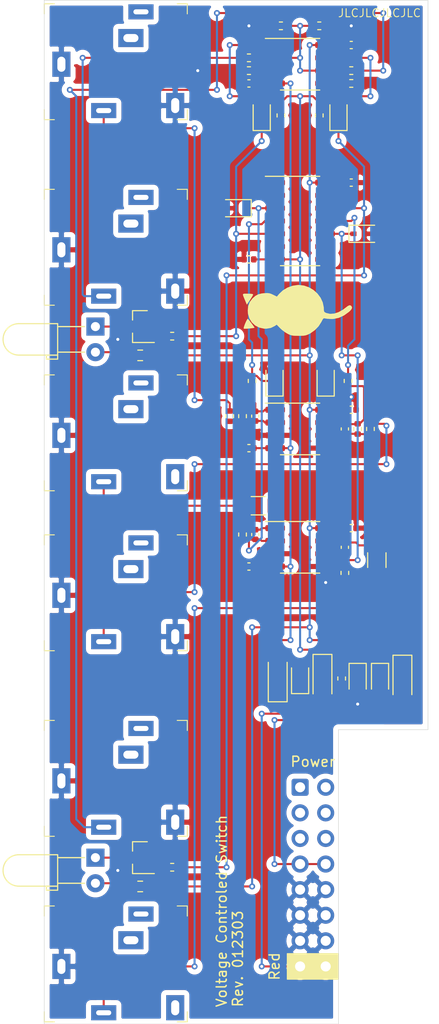
<source format=kicad_pcb>
(kicad_pcb (version 20171130) (host pcbnew "(5.1.10)-1")
  (layers (0 F.Cu signal) (31 B.Cu signal) (34 B.Paste user) (35 F.Paste user) (36 B.SilkS user) (37 F.SilkS user) (38 B.Mask user) (39 F.Mask user) (44 Edge.Cuts user))
  (net 0 "")
  (net 1 GND)
  (net 2 "Net-(C1-Pad1)")
  (net 3 "Net-(C2-Pad1)")
  (net 4 "Net-(C3-Pad1)")
  (net 5 "Net-(C4-Pad1)")
  (net 6 "Net-(D3-Pad1)")
  (net 7 -12V)
  (net 8 +12V)
  (net 9 B1)
  (net 10 B2)
  (net 11 VEE)
  (net 12 "Net-(D5-Pad1)")
  (net 13 "Net-(C1-Pad2)")
  (net 14 "Net-(C2-Pad2)")
  (net 15 "Net-(C3-Pad2)")
  (net 16 "Net-(C4-Pad2)")
  (net 17 "Net-(D5-Pad2)")
  (net 18 "Net-(D6-Pad2)")
  (net 19 "Net-(J2-PadT)")
  (net 20 "Net-(J3-PadT)")
  (net 21 "Net-(J5-PadT)")
  (net 22 "Net-(J6-PadT)")
  (net 23 "Net-(Q1-Pad1)")
  (net 24 "Net-(Q2-Pad1)")
  (net 25 "Net-(D1-Pad1)")
  (net 26 "Net-(D7-Pad2)")
  (net 27 "Net-(D7-Pad1)")
  (net 28 "Net-(D8-Pad2)")
  (net 29 "Net-(D9-Pad2)")
  (net 30 "Net-(D11-Pad1)")
  (net 31 "Net-(J1-PadT)")
  (net 32 "Net-(J4-PadT)")
  (net 33 "Net-(R12-Pad1)")
  (net 34 "Net-(R13-Pad1)")
  (net 35 "Net-(R20-Pad1)")
  (module Resistor_SMD:R_0402_1005Metric (layer F.Cu) (at 29.5275 67.31 90)
    (fp_text reference R17 hide)
    (fp_text value 10k hide)
    (pad 2 smd roundrect (at 0.51 0 90) (size 0.54 0.64) (layers F.Cu F.Paste F.Mask) (net 11 VEE))
    (pad 1 smd roundrect (at -0.51 0 90) (size 0.54 0.64) (layers F.Cu F.Paste F.Mask) (net 7 -12V))
  )
  (module "CATs_Eurosynth_Specials:CATs Tiny" (layer F.Cu) (at 25.0825 30.7975 90)
    (fp_text reference G*** hide)
    (fp_text value LOGO hide)
  )
  (module Capacitor_SMD:C_0402_1005Metric (layer F.Cu) (at 20.32 25.7175 180)
    (fp_text reference C9 hide)
    (fp_text value 100n hide)
    (pad 2 smd roundrect (at 0.48 0 180) (size 0.56 0.62) (layers F.Cu F.Paste F.Mask) (net 1 GND))
    (pad 1 smd roundrect (at -0.48 0 180) (size 0.56 0.62) (layers F.Cu F.Paste F.Mask) (net 11 VEE))
  )
  (module Resistor_SMD:R_0402_1005Metric (layer F.Cu) (at 23.495 2.54 180)
    (fp_text reference R24 hide)
    (fp_text value 1k hide)
    (pad 2 smd roundrect (at 0.51 0 180) (size 0.54 0.64) (layers F.Cu F.Paste F.Mask) (net 1 GND))
    (pad 1 smd roundrect (at -0.51 0 180) (size 0.54 0.64) (layers F.Cu F.Paste F.Mask) (net 33 "Net-(R12-Pad1)"))
  )
  (module Resistor_SMD:R_0402_1005Metric (layer F.Cu) (at 27.305 11.43 270)
    (fp_text reference R23 hide)
    (fp_text value 100k hide)
    (pad 2 smd roundrect (at 0.51 0 270) (size 0.54 0.64) (layers F.Cu F.Paste F.Mask) (net 10 B2))
    (pad 1 smd roundrect (at -0.51 0 270) (size 0.54 0.64) (layers F.Cu F.Paste F.Mask) (net 11 VEE))
  )
  (module Resistor_SMD:R_0402_1005Metric (layer F.Cu) (at 30.48 8.255 180)
    (fp_text reference R22 hide)
    (fp_text value 100k hide)
    (pad 2 smd roundrect (at 0.51 0 180) (size 0.54 0.64) (layers F.Cu F.Paste F.Mask) (net 35 "Net-(R20-Pad1)"))
    (pad 1 smd roundrect (at -0.51 0 180) (size 0.54 0.64) (layers F.Cu F.Paste F.Mask) (net 1 GND))
  )
  (module Resistor_SMD:R_0402_1005Metric (layer F.Cu) (at 30.48 6.985)
    (fp_text reference R20 hide)
    (fp_text value 10k hide)
    (pad 2 smd roundrect (at 0.51 0) (size 0.54 0.64) (layers F.Cu F.Paste F.Mask) (net 22 "Net-(J6-PadT)"))
    (pad 1 smd roundrect (at -0.51 0) (size 0.54 0.64) (layers F.Cu F.Paste F.Mask) (net 35 "Net-(R20-Pad1)"))
  )
  (module Connector_Audio_QingPu:Jack_3.5mm_QingPu_WQP-PJ324M (layer F.Cu) (at 0 77.47)
    (fp_text reference J6 hide)
    (fp_text value "Switch 2" hide)
    (pad T thru_hole rect (at 5.9 4.6) (size 2.5 1.5) (drill oval 1.5 0.5) (layers *.Cu *.Mask) (net 22 "Net-(J6-PadT)"))
    (pad R thru_hole rect (at 9.6 -5.2) (size 2.5 1.5) (drill oval 1.5 0.5) (layers *.Cu *.Mask))
    (pad TN thru_hole rect (at 13 4.1) (size 1.8 2.5) (drill oval 0.8 1.5) (layers *.Cu *.Mask) (net 1 GND))
    (pad RN thru_hole rect (at 8.6 -2.6) (size 2.5 1.8) (drill oval 1.5 0.8) (layers *.Cu *.Mask))
    (pad S thru_hole rect (at 1.7 0) (size 1.8 2.5) (drill oval 0.8 1.5) (layers *.Cu *.Mask) (net 1 GND))
  )
  (module Diode_SMD:D_SOD-323 (layer F.Cu) (at 29.21 11.43 90)
    (fp_text reference D8 hide)
    (fp_text value 1N4148WS hide)
    (pad 2 smd rect (at 1.05 0 90) (size 0.6 0.45) (layers F.Cu F.Paste F.Mask) (net 28 "Net-(D8-Pad2)"))
    (pad 1 smd rect (at -1.05 0 90) (size 0.6 0.45) (layers F.Cu F.Paste F.Mask) (net 10 B2))
  )
  (module Resistor_SMD:R_0402_1005Metric (layer F.Cu) (at 12.7 86.0425 180)
    (fp_text reference R21 hide)
    (fp_text value 100k hide)
    (pad 2 smd roundrect (at 0.51 0 180) (size 0.54 0.64) (layers F.Cu F.Paste F.Mask) (net 24 "Net-(Q2-Pad1)"))
    (pad 1 smd roundrect (at -0.51 0 180) (size 0.54 0.64) (layers F.Cu F.Paste F.Mask) (net 10 B2))
  )
  (module Resistor_SMD:R_0402_1005Metric (layer F.Cu) (at 12.7 33.3375 180)
    (fp_text reference R14 hide)
    (fp_text value 100k hide)
    (pad 2 smd roundrect (at 0.51 0 180) (size 0.54 0.64) (layers F.Cu F.Paste F.Mask) (net 23 "Net-(Q1-Pad1)"))
    (pad 1 smd roundrect (at -0.51 0 180) (size 0.54 0.64) (layers F.Cu F.Paste F.Mask) (net 9 B1))
  )
  (module Resistor_SMD:R_0402_1005Metric (layer F.Cu) (at 32.385 42.545 90)
    (fp_text reference R8 hide)
    (fp_text value 100k hide)
    (pad 2 smd roundrect (at 0.51 0 90) (size 0.54 0.64) (layers F.Cu F.Paste F.Mask) (net 20 "Net-(J3-PadT)"))
    (pad 1 smd roundrect (at -0.51 0 90) (size 0.54 0.64) (layers F.Cu F.Paste F.Mask) (net 15 "Net-(C3-Pad2)"))
  )
  (module Resistor_SMD:R_0402_1005Metric (layer F.Cu) (at 20.32 6.985)
    (fp_text reference R15 hide)
    (fp_text value 100k hide)
    (pad 2 smd roundrect (at 0.51 0) (size 0.54 0.64) (layers F.Cu F.Paste F.Mask) (net 34 "Net-(R13-Pad1)"))
    (pad 1 smd roundrect (at -0.51 0) (size 0.54 0.64) (layers F.Cu F.Paste F.Mask) (net 1 GND))
  )
  (module Resistor_SMD:R_0402_1005Metric (layer F.Cu) (at 20.32 5.715 180)
    (fp_text reference R13 hide)
    (fp_text value 10k hide)
    (pad 2 smd roundrect (at 0.51 0 180) (size 0.54 0.64) (layers F.Cu F.Paste F.Mask) (net 21 "Net-(J5-PadT)"))
    (pad 1 smd roundrect (at -0.51 0 180) (size 0.54 0.64) (layers F.Cu F.Paste F.Mask) (net 34 "Net-(R13-Pad1)"))
  )
  (module Resistor_SMD:R_0402_1005Metric (layer F.Cu) (at 18.415 41.275 90)
    (fp_text reference R3 hide)
    (fp_text value 100k hide)
    (pad 2 smd roundrect (at 0.51 0 90) (size 0.54 0.64) (layers F.Cu F.Paste F.Mask) (net 31 "Net-(J1-PadT)"))
    (pad 1 smd roundrect (at -0.51 0 90) (size 0.54 0.64) (layers F.Cu F.Paste F.Mask) (net 13 "Net-(C1-Pad2)"))
  )
  (module Package_TO_SOT_SMD:SOT-23 (layer F.Cu) (at 9.525 85.09 180)
    (fp_text reference Q2 hide)
    (fp_text value MMBT3904 hide)
    (pad 3 smd rect (at 1 0 180) (size 0.9 0.8) (layers F.Cu F.Paste F.Mask) (net 27 "Net-(D7-Pad1)"))
    (pad 2 smd rect (at -1 0.95 180) (size 0.9 0.8) (layers F.Cu F.Paste F.Mask) (net 1 GND))
    (pad 1 smd rect (at -1 -0.95 180) (size 0.9 0.8) (layers F.Cu F.Paste F.Mask) (net 24 "Net-(Q2-Pad1)"))
  )
  (module Package_TO_SOT_SMD:SOT-23 (layer F.Cu) (at 9.525 32.385 180)
    (fp_text reference Q1 hide)
    (fp_text value MMBT3904 hide)
    (pad 3 smd rect (at 1 0 180) (size 0.9 0.8) (layers F.Cu F.Paste F.Mask) (net 12 "Net-(D5-Pad1)"))
    (pad 2 smd rect (at -1 0.95 180) (size 0.9 0.8) (layers F.Cu F.Paste F.Mask) (net 1 GND))
    (pad 1 smd rect (at -1 -0.95 180) (size 0.9 0.8) (layers F.Cu F.Paste F.Mask) (net 23 "Net-(Q1-Pad1)"))
  )
  (module Connector_Audio_QingPu:Jack_3.5mm_QingPu_WQP-PJ324M (layer F.Cu) (at 0 95.885)
    (fp_text reference J4 hide)
    (fp_text value "OUT 2" hide)
    (pad T thru_hole rect (at 5.9 4.6) (size 2.5 1.5) (drill oval 1.5 0.5) (layers *.Cu *.Mask) (net 32 "Net-(J4-PadT)"))
    (pad R thru_hole rect (at 9.6 -5.2) (size 2.5 1.5) (drill oval 1.5 0.5) (layers *.Cu *.Mask))
    (pad TN thru_hole rect (at 13 4.1) (size 1.8 2.5) (drill oval 0.8 1.5) (layers *.Cu *.Mask))
    (pad RN thru_hole rect (at 8.6 -2.6) (size 2.5 1.8) (drill oval 1.5 0.8) (layers *.Cu *.Mask))
    (pad S thru_hole rect (at 1.7 0) (size 1.8 2.5) (drill oval 0.8 1.5) (layers *.Cu *.Mask) (net 1 GND))
  )
  (module Connector_Audio_QingPu:Jack_3.5mm_QingPu_WQP-PJ324M (layer F.Cu) (at 0 59.055)
    (fp_text reference J3 hide)
    (fp_text value "IN 2" hide)
    (pad T thru_hole rect (at 5.9 4.6) (size 2.5 1.5) (drill oval 1.5 0.5) (layers *.Cu *.Mask) (net 20 "Net-(J3-PadT)"))
    (pad R thru_hole rect (at 9.6 -5.2) (size 2.5 1.5) (drill oval 1.5 0.5) (layers *.Cu *.Mask))
    (pad TN thru_hole rect (at 13 4.1) (size 1.8 2.5) (drill oval 0.8 1.5) (layers *.Cu *.Mask) (net 1 GND))
    (pad RN thru_hole rect (at 8.6 -2.6) (size 2.5 1.8) (drill oval 1.5 0.8) (layers *.Cu *.Mask))
    (pad S thru_hole rect (at 1.7 0) (size 1.8 2.5) (drill oval 0.8 1.5) (layers *.Cu *.Mask) (net 1 GND))
  )
  (module Connector_Audio_QingPu:Jack_3.5mm_QingPu_WQP-PJ324M (layer F.Cu) (at 0 24.765)
    (fp_text reference J5 hide)
    (fp_text value "Switch 1" hide)
    (pad T thru_hole rect (at 5.9 4.6) (size 2.5 1.5) (drill oval 1.5 0.5) (layers *.Cu *.Mask) (net 21 "Net-(J5-PadT)"))
    (pad R thru_hole rect (at 9.6 -5.2) (size 2.5 1.5) (drill oval 1.5 0.5) (layers *.Cu *.Mask))
    (pad TN thru_hole rect (at 13 4.1) (size 1.8 2.5) (drill oval 0.8 1.5) (layers *.Cu *.Mask) (net 1 GND))
    (pad RN thru_hole rect (at 8.6 -2.6) (size 2.5 1.8) (drill oval 1.5 0.8) (layers *.Cu *.Mask))
    (pad S thru_hole rect (at 1.7 0) (size 1.8 2.5) (drill oval 0.8 1.5) (layers *.Cu *.Mask) (net 1 GND))
  )
  (module Connector_Audio_QingPu:Jack_3.5mm_QingPu_WQP-PJ324M (layer F.Cu) (at 0 43.18)
    (fp_text reference J2 hide)
    (fp_text value "OUT 1" hide)
    (pad T thru_hole rect (at 5.9 4.6) (size 2.5 1.5) (drill oval 1.5 0.5) (layers *.Cu *.Mask) (net 19 "Net-(J2-PadT)"))
    (pad R thru_hole rect (at 9.6 -5.2) (size 2.5 1.5) (drill oval 1.5 0.5) (layers *.Cu *.Mask))
    (pad TN thru_hole rect (at 13 4.1) (size 1.8 2.5) (drill oval 0.8 1.5) (layers *.Cu *.Mask))
    (pad RN thru_hole rect (at 8.6 -2.6) (size 2.5 1.8) (drill oval 1.5 0.8) (layers *.Cu *.Mask))
    (pad S thru_hole rect (at 1.7 0) (size 1.8 2.5) (drill oval 0.8 1.5) (layers *.Cu *.Mask) (net 1 GND))
  )
  (module Connector_Audio_QingPu:Jack_3.5mm_QingPu_WQP-PJ324M (layer F.Cu) (at 0 6.35)
    (fp_text reference J1 hide)
    (fp_text value "IN 1" hide)
    (pad T thru_hole rect (at 5.9 4.6) (size 2.5 1.5) (drill oval 1.5 0.5) (layers *.Cu *.Mask) (net 31 "Net-(J1-PadT)"))
    (pad R thru_hole rect (at 9.6 -5.2) (size 2.5 1.5) (drill oval 1.5 0.5) (layers *.Cu *.Mask))
    (pad TN thru_hole rect (at 13 4.1) (size 1.8 2.5) (drill oval 0.8 1.5) (layers *.Cu *.Mask) (net 1 GND))
    (pad RN thru_hole rect (at 8.6 -2.6) (size 2.5 1.8) (drill oval 1.5 0.8) (layers *.Cu *.Mask))
    (pad S thru_hole rect (at 1.7 0) (size 1.8 2.5) (drill oval 0.8 1.5) (layers *.Cu *.Mask) (net 1 GND))
  )
  (module CATs_Eurosynth_Specials:Power_2x8_Horizontal (layer F.Cu) (at 25.4 78.105)
    (fp_text reference J7 hide)
    (fp_text value Power hide)
    (fp_text user Red (at -2.54 17.78 -270) (layer F.SilkS))
    (fp_text user Power (at 1.27 -2.54 -180) (layer F.SilkS))
    (pad Gate thru_hole roundrect (at 0 0) (size 1.7 1.7) (drill 1) (layers *.Cu *.Mask) (roundrect_rratio 0.147))
    (pad CV thru_hole circle (at 0 2.54) (size 1.7 1.7) (drill 1) (layers *.Cu *.Mask))
    (pad +5V thru_hole circle (at 0 5.08) (size 1.7 1.7) (drill 1) (layers *.Cu *.Mask))
    (pad +12V thru_hole circle (at 0 7.62) (size 1.7 1.7) (drill 1) (layers *.Cu *.Mask) (net 29 "Net-(D9-Pad2)"))
    (pad GND thru_hole circle (at 0 10.16) (size 1.7 1.7) (drill 1) (layers *.Cu *.Mask) (net 1 GND))
    (pad GND thru_hole circle (at 0 12.7) (size 1.7 1.7) (drill 1) (layers *.Cu *.Mask) (net 1 GND))
    (pad GND thru_hole circle (at 0 15.24) (size 1.7 1.7) (drill 1) (layers *.Cu *.Mask) (net 1 GND))
    (pad -12V thru_hole circle (at 0 17.78) (size 1.7 1.7) (drill 1) (layers *.Cu *.Mask) (net 30 "Net-(D11-Pad1)"))
    (pad Gate thru_hole circle (at 2.54 0) (size 1.7 1.7) (drill 1) (layers *.Cu *.Mask))
    (pad CV thru_hole circle (at 2.54 2.54) (size 1.7 1.7) (drill 1) (layers *.Cu *.Mask))
    (pad +5V thru_hole circle (at 2.54 5.08) (size 1.7 1.7) (drill 1) (layers *.Cu *.Mask))
    (pad +12V thru_hole circle (at 2.54 7.62) (size 1.7 1.7) (drill 1) (layers *.Cu *.Mask) (net 29 "Net-(D9-Pad2)"))
    (pad GND thru_hole circle (at 2.54 10.16) (size 1.7 1.7) (drill 1) (layers *.Cu *.Mask) (net 1 GND))
    (pad GND thru_hole circle (at 2.54 12.7) (size 1.7 1.7) (drill 1) (layers *.Cu *.Mask) (net 1 GND))
    (pad GND thru_hole circle (at 2.54 15.24) (size 1.7 1.7) (drill 1) (layers *.Cu *.Mask) (net 1 GND))
    (pad -12V thru_hole circle (at 2.54 17.78) (size 1.7 1.7) (drill 1) (layers *.Cu *.Mask) (net 30 "Net-(D11-Pad1)"))
  )
  (module LED_THT:LED_D3.0mm_Horizontal_O3.81mm_Z6.0mm (layer F.Cu) (at 5.08 85.09 270)
    (fp_text reference D7 hide)
    (fp_text value LED hide)
    (pad 2 thru_hole circle (at 2.54 0 270) (size 1.8 1.8) (drill 0.9) (layers *.Cu *.Mask) (net 26 "Net-(D7-Pad2)"))
    (pad 1 thru_hole rect (at 0 0 270) (size 1.8 1.8) (drill 0.9) (layers *.Cu *.Mask) (net 27 "Net-(D7-Pad1)"))
  )
  (module LED_THT:LED_D3.0mm_Horizontal_O3.81mm_Z6.0mm (layer F.Cu) (at 5.08 32.385 270)
    (fp_text reference D5 hide)
    (fp_text value LED hide)
    (pad 2 thru_hole circle (at 2.54 0 270) (size 1.8 1.8) (drill 0.9) (layers *.Cu *.Mask) (net 17 "Net-(D5-Pad2)"))
    (pad 1 thru_hole rect (at 0 0 270) (size 1.8 1.8) (drill 0.9) (layers *.Cu *.Mask) (net 12 "Net-(D5-Pad1)"))
  )
  (module Resistor_SMD:R_1206_3216Metric (layer F.Cu) (at 33.02 55.5625 90)
    (fp_text reference R10 hide)
    (fp_text value 1k hide)
    (pad 2 smd roundrect (at 1.4625 0 90) (size 1.125 1.75) (layers F.Cu F.Paste F.Mask) (roundrect_rratio 0.222222) (net 5 "Net-(C4-Pad1)"))
    (pad 1 smd roundrect (at -1.4625 0 90) (size 1.125 1.75) (layers F.Cu F.Paste F.Mask) (roundrect_rratio 0.222222) (net 32 "Net-(J4-PadT)"))
  )
  (module Resistor_SMD:R_1206_3216Metric (layer F.Cu) (at 21.2725 50.165)
    (fp_text reference R5 hide)
    (fp_text value 1k hide)
    (pad 2 smd roundrect (at 1.4625 0) (size 1.125 1.75) (layers F.Cu F.Paste F.Mask) (roundrect_rratio 0.222222) (net 3 "Net-(C2-Pad1)"))
    (pad 1 smd roundrect (at -1.4625 0) (size 1.125 1.75) (layers F.Cu F.Paste F.Mask) (roundrect_rratio 0.222222) (net 19 "Net-(J2-PadT)"))
  )
  (module Package_SO:SOIC-8_3.9x4.9mm_P1.27mm (layer F.Cu) (at 25.4 6.35)
    (fp_text reference U4 hide)
    (fp_text value TL072CDT hide)
    (pad 8 smd roundrect (at 2.475 -1.905) (size 1.95 0.6) (layers F.Cu F.Paste F.Mask) (net 8 +12V))
    (pad 7 smd roundrect (at 2.475 -0.635) (size 1.95 0.6) (layers F.Cu F.Paste F.Mask) (net 28 "Net-(D8-Pad2)"))
    (pad 6 smd roundrect (at 2.475 0.635) (size 1.95 0.6) (layers F.Cu F.Paste F.Mask) (net 33 "Net-(R12-Pad1)"))
    (pad 5 smd roundrect (at 2.475 1.905) (size 1.95 0.6) (layers F.Cu F.Paste F.Mask) (net 35 "Net-(R20-Pad1)"))
    (pad 4 smd roundrect (at -2.475 1.905) (size 1.95 0.6) (layers F.Cu F.Paste F.Mask) (net 7 -12V))
    (pad 3 smd roundrect (at -2.475 0.635) (size 1.95 0.6) (layers F.Cu F.Paste F.Mask) (net 34 "Net-(R13-Pad1)"))
    (pad 2 smd roundrect (at -2.475 -0.635) (size 1.95 0.6) (layers F.Cu F.Paste F.Mask) (net 33 "Net-(R12-Pad1)"))
    (pad 1 smd roundrect (at -2.475 -1.905) (size 1.95 0.6) (layers F.Cu F.Paste F.Mask) (net 18 "Net-(D6-Pad2)"))
  )
  (module Resistor_SMD:R_0603_1608Metric (layer F.Cu) (at 9.525 87.9475 180)
    (fp_text reference R18 hide)
    (fp_text value 1k hide)
    (pad 2 smd roundrect (at 0.825 0 180) (size 0.8 0.95) (layers F.Cu F.Paste F.Mask) (net 26 "Net-(D7-Pad2)"))
    (pad 1 smd roundrect (at -0.825 0 180) (size 0.8 0.95) (layers F.Cu F.Paste F.Mask) (net 8 +12V))
  )
  (module Resistor_SMD:R_0603_1608Metric (layer F.Cu) (at 9.525 35.2425 180)
    (fp_text reference R11 hide)
    (fp_text value 1k hide)
    (pad 2 smd roundrect (at 0.825 0 180) (size 0.8 0.95) (layers F.Cu F.Paste F.Mask) (net 17 "Net-(D5-Pad2)"))
    (pad 1 smd roundrect (at -0.825 0 180) (size 0.8 0.95) (layers F.Cu F.Paste F.Mask) (net 8 +12V))
  )
  (module Capacitor_SMD:C_0402_1005Metric (layer F.Cu) (at 20.32 56.1975 180)
    (fp_text reference C14 hide)
    (fp_text value 100n hide)
    (pad 2 smd roundrect (at 0.48 0 180) (size 0.56 0.62) (layers F.Cu F.Paste F.Mask) (net 1 GND))
    (pad 1 smd roundrect (at -0.48 0 180) (size 0.56 0.62) (layers F.Cu F.Paste F.Mask) (net 7 -12V))
  )
  (module Capacitor_SMD:C_0402_1005Metric (layer F.Cu) (at 20.32 44.45 180)
    (fp_text reference C13 hide)
    (fp_text value 100n hide)
    (pad 2 smd roundrect (at 0.48 0 180) (size 0.56 0.62) (layers F.Cu F.Paste F.Mask) (net 1 GND))
    (pad 1 smd roundrect (at -0.48 0 180) (size 0.56 0.62) (layers F.Cu F.Paste F.Mask) (net 7 -12V))
  )
  (module Capacitor_SMD:C_0402_1005Metric (layer F.Cu) (at 30.48 40.64 180)
    (fp_text reference C6 hide)
    (fp_text value 100n hide)
    (pad 2 smd roundrect (at 0.48 0 180) (size 0.56 0.62) (layers F.Cu F.Paste F.Mask) (net 8 +12V))
    (pad 1 smd roundrect (at -0.48 0 180) (size 0.56 0.62) (layers F.Cu F.Paste F.Mask) (net 1 GND))
  )
  (module Package_SO:SOIC-8_3.9x4.9mm_P1.27mm (layer F.Cu) (at 25.4 54.2925)
    (fp_text reference U3 hide)
    (fp_text value TL072CDT hide)
    (pad 8 smd roundrect (at 2.475 -1.905) (size 1.95 0.6) (layers F.Cu F.Paste F.Mask) (net 8 +12V))
    (pad 7 smd roundrect (at 2.475 -0.635) (size 1.95 0.6) (layers F.Cu F.Paste F.Mask) (net 5 "Net-(C4-Pad1)"))
    (pad 6 smd roundrect (at 2.475 0.635) (size 1.95 0.6) (layers F.Cu F.Paste F.Mask) (net 16 "Net-(C4-Pad2)"))
    (pad 5 smd roundrect (at 2.475 1.905) (size 1.95 0.6) (layers F.Cu F.Paste F.Mask) (net 1 GND))
    (pad 4 smd roundrect (at -2.475 1.905) (size 1.95 0.6) (layers F.Cu F.Paste F.Mask) (net 7 -12V))
    (pad 3 smd roundrect (at -2.475 0.635) (size 1.95 0.6) (layers F.Cu F.Paste F.Mask) (net 1 GND))
    (pad 2 smd roundrect (at -2.475 -0.635) (size 1.95 0.6) (layers F.Cu F.Paste F.Mask) (net 14 "Net-(C2-Pad2)"))
    (pad 1 smd roundrect (at -2.475 -1.905) (size 1.95 0.6) (layers F.Cu F.Paste F.Mask) (net 3 "Net-(C2-Pad1)"))
  )
  (module Diode_SMD:D_SOD-323 (layer F.Cu) (at 19.05 20.6375 180)
    (fp_text reference D2 hide)
    (fp_text value 1N4148WS hide)
    (pad 2 smd rect (at 1.05 0 180) (size 0.6 0.45) (layers F.Cu F.Paste F.Mask) (net 1 GND))
    (pad 1 smd rect (at -1.05 0 180) (size 0.6 0.45) (layers F.Cu F.Paste F.Mask) (net 14 "Net-(C2-Pad2)"))
  )
  (module Package_SO:SOIC-8_3.9x4.9mm_P1.27mm (layer F.Cu) (at 25.4 42.545)
    (fp_text reference U1 hide)
    (fp_text value TL072CDT hide)
    (pad 8 smd roundrect (at 2.475 -1.905) (size 1.95 0.6) (layers F.Cu F.Paste F.Mask) (net 8 +12V))
    (pad 7 smd roundrect (at 2.475 -0.635) (size 1.95 0.6) (layers F.Cu F.Paste F.Mask) (net 4 "Net-(C3-Pad1)"))
    (pad 6 smd roundrect (at 2.475 0.635) (size 1.95 0.6) (layers F.Cu F.Paste F.Mask) (net 15 "Net-(C3-Pad2)"))
    (pad 5 smd roundrect (at 2.475 1.905) (size 1.95 0.6) (layers F.Cu F.Paste F.Mask) (net 1 GND))
    (pad 4 smd roundrect (at -2.475 1.905) (size 1.95 0.6) (layers F.Cu F.Paste F.Mask) (net 7 -12V))
    (pad 3 smd roundrect (at -2.475 0.635) (size 1.95 0.6) (layers F.Cu F.Paste F.Mask) (net 1 GND))
    (pad 2 smd roundrect (at -2.475 -0.635) (size 1.95 0.6) (layers F.Cu F.Paste F.Mask) (net 13 "Net-(C1-Pad2)"))
    (pad 1 smd roundrect (at -2.475 -1.905) (size 1.95 0.6) (layers F.Cu F.Paste F.Mask) (net 2 "Net-(C1-Pad1)"))
  )
  (module Resistor_SMD:R_0402_1005Metric (layer F.Cu) (at 23.495 11.43 270)
    (fp_text reference R16 hide)
    (fp_text value 100k hide)
    (pad 2 smd roundrect (at 0.51 0 270) (size 0.54 0.64) (layers F.Cu F.Paste F.Mask) (net 9 B1))
    (pad 1 smd roundrect (at -0.51 0 270) (size 0.54 0.64) (layers F.Cu F.Paste F.Mask) (net 11 VEE))
  )
  (module Resistor_SMD:R_0402_1005Metric (layer F.Cu) (at 27.305 2.54)
    (fp_text reference R12 hide)
    (fp_text value 100k hide)
    (pad 2 smd roundrect (at 0.51 0) (size 0.54 0.64) (layers F.Cu F.Paste F.Mask) (net 8 +12V))
    (pad 1 smd roundrect (at -0.51 0) (size 0.54 0.64) (layers F.Cu F.Paste F.Mask) (net 33 "Net-(R12-Pad1)"))
  )
  (module Diode_SMD:D_SOD-323 (layer F.Cu) (at 31.115 67.31 270)
    (fp_text reference D10 hide)
    (fp_text value 1N4148WS hide)
    (pad 2 smd rect (at 1.05 0 270) (size 0.6 0.45) (layers F.Cu F.Paste F.Mask) (net 1 GND))
    (pad 1 smd rect (at -1.05 0 270) (size 0.6 0.45) (layers F.Cu F.Paste F.Mask) (net 11 VEE))
  )
  (module Diode_SMD:D_SOD-323 (layer F.Cu) (at 21.59 11.43 90)
    (fp_text reference D6 hide)
    (fp_text value 1N4148WS hide)
    (pad 2 smd rect (at 1.05 0 90) (size 0.6 0.45) (layers F.Cu F.Paste F.Mask) (net 18 "Net-(D6-Pad2)"))
    (pad 1 smd rect (at -1.05 0 90) (size 0.6 0.45) (layers F.Cu F.Paste F.Mask) (net 9 B1))
  )
  (module Diode_SMD:D_SOD-323 (layer F.Cu) (at 25.4 67.31 90)
    (fp_text reference D11 hide)
    (fp_text value 1N5817WS hide)
    (pad 2 smd rect (at 1.05 0 90) (size 0.6 0.45) (layers F.Cu F.Paste F.Mask) (net 7 -12V))
    (pad 1 smd rect (at -1.05 0 90) (size 0.6 0.45) (layers F.Cu F.Paste F.Mask) (net 30 "Net-(D11-Pad1)"))
  )
  (module Diode_SMD:D_SOD-323 (layer F.Cu) (at 33.3375 67.31 270)
    (fp_text reference D9 hide)
    (fp_text value 1N5817WS hide)
    (pad 2 smd rect (at 1.05 0 270) (size 0.6 0.45) (layers F.Cu F.Paste F.Mask) (net 29 "Net-(D9-Pad2)"))
    (pad 1 smd rect (at -1.05 0 270) (size 0.6 0.45) (layers F.Cu F.Paste F.Mask) (net 8 +12V))
  )
  (module Capacitor_SMD:C_0402_1005Metric (layer F.Cu) (at 30.48 18.0975 180)
    (fp_text reference C11 hide)
    (fp_text value 100n hide)
    (pad 2 smd roundrect (at 0.48 0 180) (size 0.56 0.62) (layers F.Cu F.Paste F.Mask) (net 8 +12V))
    (pad 1 smd roundrect (at -0.48 0 180) (size 0.56 0.62) (layers F.Cu F.Paste F.Mask) (net 1 GND))
  )
  (module Capacitor_Tantalum_SMD:CP_EIA-3216-18_Kemet-A (layer F.Cu) (at 27.6225 67.23 270)
    (fp_text reference C10 hide)
    (fp_text value 10µF hide)
    (pad 2 smd roundrect (at 1.35 0 270) (size 1.4 1.35) (layers F.Cu F.Paste F.Mask) (roundrect_rratio 0.1851844444444445) (net 7 -12V))
    (pad 1 smd roundrect (at -1.35 0 270) (size 1.4 1.35) (layers F.Cu F.Paste F.Mask) (roundrect_rratio 0.1851844444444445) (net 11 VEE))
  )
  (module Capacitor_SMD:C_0402_1005Metric (layer F.Cu) (at 20.32 8.255 180)
    (fp_text reference C15 hide)
    (fp_text value 100n hide)
    (pad 2 smd roundrect (at 0.48 0 180) (size 0.56 0.62) (layers F.Cu F.Paste F.Mask) (net 1 GND))
    (pad 1 smd roundrect (at -0.48 0 180) (size 0.56 0.62) (layers F.Cu F.Paste F.Mask) (net 7 -12V))
  )
  (module Capacitor_SMD:C_0402_1005Metric (layer F.Cu) (at 30.48 4.445 180)
    (fp_text reference C8 hide)
    (fp_text value 100n hide)
    (pad 2 smd roundrect (at 0.48 0 180) (size 0.56 0.62) (layers F.Cu F.Paste F.Mask) (net 8 +12V))
    (pad 1 smd roundrect (at -0.48 0 180) (size 0.56 0.62) (layers F.Cu F.Paste F.Mask) (net 1 GND))
  )
  (module Capacitor_SMD:C_0402_1005Metric (layer F.Cu) (at 30.48 52.3875 180)
    (fp_text reference C7 hide)
    (fp_text value 100n hide)
    (pad 2 smd roundrect (at 0.48 0 180) (size 0.56 0.62) (layers F.Cu F.Paste F.Mask) (net 8 +12V))
    (pad 1 smd roundrect (at -0.48 0 180) (size 0.56 0.62) (layers F.Cu F.Paste F.Mask) (net 1 GND))
  )
  (module Capacitor_Tantalum_SMD:CP_EIA-3216-18_Kemet-A (layer F.Cu) (at 23.1775 67.31 90)
    (fp_text reference C12 hide)
    (fp_text value 10µF hide)
    (pad 2 smd roundrect (at 1.35 0 90) (size 1.4 1.35) (layers F.Cu F.Paste F.Mask) (roundrect_rratio 0.1851844444444445) (net 7 -12V))
    (pad 1 smd roundrect (at -1.35 0 90) (size 1.4 1.35) (layers F.Cu F.Paste F.Mask) (roundrect_rratio 0.1851844444444445) (net 1 GND))
  )
  (module Capacitor_Tantalum_SMD:CP_EIA-3216-18_Kemet-A (layer F.Cu) (at 35.56 67.31 270)
    (fp_text reference C5 hide)
    (fp_text value 10µF hide)
    (pad 2 smd roundrect (at 1.35 0 270) (size 1.4 1.35) (layers F.Cu F.Paste F.Mask) (roundrect_rratio 0.1851844444444445) (net 1 GND))
    (pad 1 smd roundrect (at -1.35 0 270) (size 1.4 1.35) (layers F.Cu F.Paste F.Mask) (roundrect_rratio 0.1851844444444445) (net 8 +12V))
  )
  (module Diode_SMD:D_SOD-323 (layer F.Cu) (at 31.75 23.1775)
    (fp_text reference D4 hide)
    (fp_text value 1N4148WS hide)
    (pad 2 smd rect (at 1.05 0) (size 0.6 0.45) (layers F.Cu F.Paste F.Mask) (net 1 GND))
    (pad 1 smd rect (at -1.05 0) (size 0.6 0.45) (layers F.Cu F.Paste F.Mask) (net 16 "Net-(C4-Pad2)"))
  )
  (module Diode_SMD:D_SOD-323 (layer F.Cu) (at 27.94 37.7825 90)
    (fp_text reference D3 hide)
    (fp_text value 1N4148WS hide)
    (pad 2 smd rect (at 1.05 0 90) (size 0.6 0.45) (layers F.Cu F.Paste F.Mask) (net 1 GND))
    (pad 1 smd rect (at -1.05 0 90) (size 0.6 0.45) (layers F.Cu F.Paste F.Mask) (net 6 "Net-(D3-Pad1)"))
  )
  (module Diode_SMD:D_SOD-323 (layer F.Cu) (at 22.86 37.7825 90)
    (fp_text reference D1 hide)
    (fp_text value 1N4148WS hide)
    (pad 2 smd rect (at 1.05 0 90) (size 0.6 0.45) (layers F.Cu F.Paste F.Mask) (net 1 GND))
    (pad 1 smd rect (at -1.05 0 90) (size 0.6 0.45) (layers F.Cu F.Paste F.Mask) (net 25 "Net-(D1-Pad1)"))
  )
  (module Package_SO:SOIC-14_3.9x8.7mm_P1.27mm (layer F.Cu) (at 25.4 21.9075)
    (fp_text reference U2 hide)
    (fp_text value CD4066BM/TR hide)
    (pad 14 smd roundrect (at 2.475 -3.81) (size 1.95 0.6) (layers F.Cu F.Paste F.Mask) (net 8 +12V))
    (pad 13 smd roundrect (at 2.475 -2.54) (size 1.95 0.6) (layers F.Cu F.Paste F.Mask))
    (pad 12 smd roundrect (at 2.475 -1.27) (size 1.95 0.6) (layers F.Cu F.Paste F.Mask) (net 10 B2))
    (pad 11 smd roundrect (at 2.475 0) (size 1.95 0.6) (layers F.Cu F.Paste F.Mask) (net 6 "Net-(D3-Pad1)"))
    (pad 10 smd roundrect (at 2.475 1.27) (size 1.95 0.6) (layers F.Cu F.Paste F.Mask) (net 16 "Net-(C4-Pad2)"))
    (pad 9 smd roundrect (at 2.475 2.54) (size 1.95 0.6) (layers F.Cu F.Paste F.Mask))
    (pad 8 smd roundrect (at 2.475 3.81) (size 1.95 0.6) (layers F.Cu F.Paste F.Mask))
    (pad 7 smd roundrect (at -2.475 3.81) (size 1.95 0.6) (layers F.Cu F.Paste F.Mask) (net 11 VEE))
    (pad 6 smd roundrect (at -2.475 2.54) (size 1.95 0.6) (layers F.Cu F.Paste F.Mask))
    (pad 5 smd roundrect (at -2.475 1.27) (size 1.95 0.6) (layers F.Cu F.Paste F.Mask) (net 9 B1))
    (pad 4 smd roundrect (at -2.475 0) (size 1.95 0.6) (layers F.Cu F.Paste F.Mask) (net 25 "Net-(D1-Pad1)"))
    (pad 3 smd roundrect (at -2.475 -1.27) (size 1.95 0.6) (layers F.Cu F.Paste F.Mask) (net 14 "Net-(C2-Pad2)"))
    (pad 2 smd roundrect (at -2.475 -2.54) (size 1.95 0.6) (layers F.Cu F.Paste F.Mask))
    (pad 1 smd roundrect (at -2.475 -3.81) (size 1.95 0.6) (layers F.Cu F.Paste F.Mask))
  )
  (module Resistor_SMD:R_0402_1005Metric (layer F.Cu) (at 29.845 56.8325 90)
    (fp_text reference R6 hide)
    (fp_text value 100k hide)
    (pad 2 smd roundrect (at 0.51 0 90) (size 0.54 0.64) (layers F.Cu F.Paste F.Mask) (net 16 "Net-(C4-Pad2)"))
    (pad 1 smd roundrect (at -0.51 0 90) (size 0.54 0.64) (layers F.Cu F.Paste F.Mask) (net 32 "Net-(J4-PadT)"))
  )
  (module Resistor_SMD:R_0402_1005Metric (layer F.Cu) (at 19.685 53.0225 270)
    (fp_text reference R1 hide)
    (fp_text value 100k hide)
    (pad 2 smd roundrect (at 0.51 0 270) (size 0.54 0.64) (layers F.Cu F.Paste F.Mask) (net 14 "Net-(C2-Pad2)"))
    (pad 1 smd roundrect (at -0.51 0 270) (size 0.54 0.64) (layers F.Cu F.Paste F.Mask) (net 19 "Net-(J2-PadT)"))
  )
  (module Resistor_SMD:R_0402_1005Metric (layer F.Cu) (at 30.1625 37.7825 270)
    (fp_text reference R9 hide)
    (fp_text value 100k hide)
    (pad 2 smd roundrect (at 0.51 0 270) (size 0.54 0.64) (layers F.Cu F.Paste F.Mask) (net 4 "Net-(C3-Pad1)"))
    (pad 1 smd roundrect (at -0.51 0 270) (size 0.54 0.64) (layers F.Cu F.Paste F.Mask) (net 6 "Net-(D3-Pad1)"))
  )
  (module Resistor_SMD:R_0402_1005Metric (layer F.Cu) (at 20.6375 37.7825 270)
    (fp_text reference R4 hide)
    (fp_text value 100k hide)
    (pad 2 smd roundrect (at 0.51 0 270) (size 0.54 0.64) (layers F.Cu F.Paste F.Mask) (net 2 "Net-(C1-Pad1)"))
    (pad 1 smd roundrect (at -0.51 0 270) (size 0.54 0.64) (layers F.Cu F.Paste F.Mask) (net 25 "Net-(D1-Pad1)"))
  )
  (module Resistor_SMD:R_0402_1005Metric (layer F.Cu) (at 31.115 42.545 270)
    (fp_text reference R7 hide)
    (fp_text value 100k hide)
    (pad 2 smd roundrect (at 0.51 0 270) (size 0.54 0.64) (layers F.Cu F.Paste F.Mask) (net 15 "Net-(C3-Pad2)"))
    (pad 1 smd roundrect (at -0.51 0 270) (size 0.54 0.64) (layers F.Cu F.Paste F.Mask) (net 4 "Net-(C3-Pad1)"))
  )
  (module Resistor_SMD:R_0402_1005Metric (layer F.Cu) (at 19.685 41.275 270)
    (fp_text reference R2 hide)
    (fp_text value 100k hide)
    (pad 2 smd roundrect (at 0.51 0 270) (size 0.54 0.64) (layers F.Cu F.Paste F.Mask) (net 13 "Net-(C1-Pad2)"))
    (pad 1 smd roundrect (at -0.51 0 270) (size 0.54 0.64) (layers F.Cu F.Paste F.Mask) (net 2 "Net-(C1-Pad1)"))
  )
  (module Capacitor_SMD:C_0402_1005Metric (layer F.Cu) (at 29.845 54.2925 270)
    (fp_text reference C4 hide)
    (fp_text value 47p hide)
    (pad 2 smd roundrect (at 0.48 0 270) (size 0.56 0.62) (layers F.Cu F.Paste F.Mask) (net 16 "Net-(C4-Pad2)"))
    (pad 1 smd roundrect (at -0.48 0 270) (size 0.56 0.62) (layers F.Cu F.Paste F.Mask) (net 5 "Net-(C4-Pad1)"))
  )
  (module Capacitor_SMD:C_0402_1005Metric (layer F.Cu) (at 20.955 53.0225 270)
    (fp_text reference C2 hide)
    (fp_text value 47p hide)
    (pad 2 smd roundrect (at 0.48 0 270) (size 0.56 0.62) (layers F.Cu F.Paste F.Mask) (net 14 "Net-(C2-Pad2)"))
    (pad 1 smd roundrect (at -0.48 0 270) (size 0.56 0.62) (layers F.Cu F.Paste F.Mask) (net 3 "Net-(C2-Pad1)"))
  )
  (module Capacitor_SMD:C_0402_1005Metric (layer F.Cu) (at 29.845 42.545 270)
    (fp_text reference C3 hide)
    (fp_text value 47p hide)
    (pad 2 smd roundrect (at 0.48 0 270) (size 0.56 0.62) (layers F.Cu F.Paste F.Mask) (net 15 "Net-(C3-Pad2)"))
    (pad 1 smd roundrect (at -0.48 0 270) (size 0.56 0.62) (layers F.Cu F.Paste F.Mask) (net 4 "Net-(C3-Pad1)"))
  )
  (module Capacitor_SMD:C_0402_1005Metric (layer F.Cu) (at 20.955 41.275 270)
    (fp_text reference C1 hide)
    (fp_text value 47p hide)
    (pad 2 smd roundrect (at 0.48 0 270) (size 0.56 0.62) (layers F.Cu F.Paste F.Mask) (net 13 "Net-(C1-Pad2)"))
    (pad 1 smd roundrect (at -0.48 0 270) (size 0.56 0.62) (layers F.Cu F.Paste F.Mask) (net 2 "Net-(C1-Pad1)"))
  )
  (gr_line (start 29.21 72.39) (end 38.1 72.39) (layer Edge.Cuts) (width 0.05))
  (gr_line (start 29.21 101.6) (end 29.21 72.39) (layer Edge.Cuts) (width 0.05))
  (gr_text "Voltage Controled Switch\nRev. 012303" (at 18.415 100.0125 90) (layer F.SilkS) (effects (font (size 1 1)) (justify left)))
  (gr_text JLCJLCJLCJLC (at 37.465 1.27) (layer F.SilkS) (effects (font (size 0.8 0.8) (thickness 0.1)) (justify right)))
  (gr_line (start 0 101.6) (end 0 0) (layer Edge.Cuts) (width 0.05))
  (gr_line (start 29.21 101.6) (end 0 101.6) (layer Edge.Cuts) (width 0.05))
  (gr_line (start 38.1 0) (end 38.1 72.39) (layer Edge.Cuts) (width 0.05))
  (gr_line (start 0 0) (end 38.1 0) (layer Edge.Cuts) (width 0.05))
  (via (at 15.24 6.985) (size 0.6) (drill 0.3) (layers F.Cu B.Cu) (net 1))
  (via (at 20.32 2.54) (size 0.6) (drill 0.3) (layers F.Cu B.Cu) (net 1))
  (via (at 30.48 2.54) (size 0.6) (drill 0.3) (layers F.Cu B.Cu) (net 1))
  (via (at 31.115 69.85) (size 0.6) (drill 0.3) (layers F.Cu B.Cu) (net 1))
  (via (at 30.48 39.37) (size 0.6) (drill 0.3) (layers F.Cu B.Cu) (net 1))
  (via (at 27.94 57.785) (size 0.6) (drill 0.3) (layers F.Cu B.Cu) (net 1))
  (via (at 7.3025 33.655) (size 0.6) (drill 0.3) (layers F.Cu B.Cu) (net 1))
  (via (at 7.3025 86.36) (size 0.6) (drill 0.3) (layers F.Cu B.Cu) (net 1))
  (segment (start 22.925 40.64) (end 21.9075 40.64) (width 0.2032) (layer F.Cu) (net 2))
  (segment (start 21.7525 40.795) (end 21.9075 40.64) (width 0.2032) (layer F.Cu) (net 2))
  (segment (start 20.955 40.795) (end 21.7525 40.795) (width 0.2032) (layer F.Cu) (net 2))
  (segment (start 20.925 40.765) (end 20.955 40.795) (width 0.2032) (layer F.Cu) (net 2))
  (segment (start 19.685 40.765) (end 20.925 40.765) (width 0.2032) (layer F.Cu) (net 2))
  (segment (start 20.6375 38.2925) (end 20.6375 39.6875) (width 0.2032) (layer F.Cu) (net 2))
  (segment (start 20.955 40.005) (end 20.955 40.795) (width 0.2032) (layer F.Cu) (net 2))
  (segment (start 20.6375 39.6875) (end 20.955 40.005) (width 0.2032) (layer F.Cu) (net 2))
  (segment (start 22.925 52.3875) (end 21.59 52.3875) (width 0.2032) (layer F.Cu) (net 3))
  (segment (start 21.435 52.5425) (end 21.59 52.3875) (width 0.2032) (layer F.Cu) (net 3))
  (segment (start 20.955 52.5425) (end 21.435 52.5425) (width 0.2032) (layer F.Cu) (net 3))
  (segment (start 22.925 52.3875) (end 22.925 51.8175) (width 0.2032) (layer F.Cu) (net 3))
  (segment (start 22.735 51.6275) (end 22.735 50.165) (width 0.2032) (layer F.Cu) (net 3))
  (segment (start 22.925 51.8175) (end 22.735 51.6275) (width 0.2032) (layer F.Cu) (net 3))
  (segment (start 27.875 41.91) (end 28.8925 41.91) (width 0.2032) (layer F.Cu) (net 4))
  (segment (start 29.0475 42.065) (end 28.8925 41.91) (width 0.2032) (layer F.Cu) (net 4))
  (segment (start 29.845 42.065) (end 29.0475 42.065) (width 0.2032) (layer F.Cu) (net 4))
  (segment (start 31.085 42.065) (end 31.115 42.035) (width 0.2032) (layer F.Cu) (net 4))
  (segment (start 29.845 42.065) (end 31.085 42.065) (width 0.2032) (layer F.Cu) (net 4))
  (segment (start 31.115 42.035) (end 31.3075 42.035) (width 0.2032) (layer F.Cu) (net 4))
  (segment (start 31.3075 42.035) (end 31.75 41.5925) (width 0.2032) (layer F.Cu) (net 4))
  (segment (start 31.75 41.5925) (end 31.75 38.4175) (width 0.2032) (layer F.Cu) (net 4))
  (segment (start 31.625 38.2925) (end 31.75 38.4175) (width 0.2032) (layer F.Cu) (net 4))
  (segment (start 30.1625 38.2925) (end 31.625 38.2925) (width 0.2032) (layer F.Cu) (net 4))
  (segment (start 27.875 53.6575) (end 28.8925 53.6575) (width 0.2032) (layer F.Cu) (net 5))
  (segment (start 29.845 53.8125) (end 29.0475 53.8125) (width 0.2032) (layer F.Cu) (net 5))
  (segment (start 29.0475 53.8125) (end 28.8925 53.6575) (width 0.2032) (layer F.Cu) (net 5))
  (segment (start 31.24 54.1) (end 33.02 54.1) (width 0.2032) (layer F.Cu) (net 5))
  (segment (start 30.9525 53.8125) (end 31.24 54.1) (width 0.2032) (layer F.Cu) (net 5))
  (segment (start 29.845 53.8125) (end 30.9525 53.8125) (width 0.2032) (layer F.Cu) (net 5))
  (segment (start 27.875 21.9075) (end 30.48 21.9075) (width 0.2032) (layer F.Cu) (net 6))
  (segment (start 30.48 21.9075) (end 30.7975 21.59) (width 0.2032) (layer F.Cu) (net 6))
  (segment (start 30.7975 21.59) (end 30.7975 21.59) (width 0.2032) (layer F.Cu) (net 6))
  (via (at 30.7975 21.59) (size 0.6) (drill 0.3) (layers F.Cu B.Cu) (net 6))
  (segment (start 30.7975 21.59) (end 30.7975 33.655) (width 0.2032) (layer B.Cu) (net 6))
  (segment (start 30.1625 37.2725) (end 30.1625 36.195) (width 0.2032) (layer F.Cu) (net 6))
  (segment (start 30.1625 36.195) (end 30.1625 36.195) (width 0.2032) (layer F.Cu) (net 6))
  (via (at 30.1625 36.195) (size 0.6) (drill 0.3) (layers F.Cu B.Cu) (net 6))
  (segment (start 30.1625 34.29) (end 30.7975 33.655) (width 0.2032) (layer B.Cu) (net 6))
  (segment (start 30.1625 36.195) (end 30.1625 34.29) (width 0.2032) (layer B.Cu) (net 6))
  (segment (start 27.94 38.1) (end 27.94 38.8325) (width 0.2032) (layer F.Cu) (net 6))
  (segment (start 28.2575 37.7825) (end 27.94 38.1) (width 0.2032) (layer F.Cu) (net 6))
  (segment (start 29.21 37.7825) (end 28.2575 37.7825) (width 0.2032) (layer F.Cu) (net 6))
  (segment (start 30.1625 37.2725) (end 29.72 37.2725) (width 0.2032) (layer F.Cu) (net 6))
  (segment (start 29.72 37.2725) (end 29.21 37.7825) (width 0.2032) (layer F.Cu) (net 6))
  (segment (start 24.4475 8.255) (end 24.4475 8.255) (width 0.2032) (layer B.Cu) (net 7))
  (via (at 24.4475 8.255) (size 0.6) (drill 0.3) (layers F.Cu B.Cu) (net 7))
  (segment (start 24.4475 8.255) (end 22.925 8.255) (width 0.2032) (layer F.Cu) (net 7))
  (segment (start 22.925 8.255) (end 20.8 8.255) (width 0.2032) (layer F.Cu) (net 7))
  (segment (start 24.4475 8.255) (end 24.4475 44.45) (width 0.2032) (layer B.Cu) (net 7))
  (via (at 24.4475 44.45) (size 0.6) (drill 0.3) (layers F.Cu B.Cu) (net 7))
  (segment (start 24.4475 44.45) (end 24.4475 59.055) (width 0.2032) (layer B.Cu) (net 7))
  (via (at 24.4475 56.1975) (size 0.6) (drill 0.3) (layers F.Cu B.Cu) (net 7))
  (segment (start 20.8 56.1975) (end 22.925 56.1975) (width 0.2032) (layer F.Cu) (net 7))
  (segment (start 22.925 56.1975) (end 24.4475 56.1975) (width 0.2032) (layer F.Cu) (net 7))
  (via (at 24.4475 63.5) (size 0.6) (drill 0.3) (layers F.Cu B.Cu) (net 7))
  (segment (start 24.4475 59.055) (end 24.4475 63.5) (width 0.2032) (layer B.Cu) (net 7))
  (segment (start 24.4475 63.5) (end 23.495 63.5) (width 0.2032) (layer F.Cu) (net 7))
  (segment (start 23.1775 63.8175) (end 23.1775 65.96) (width 0.2032) (layer F.Cu) (net 7))
  (segment (start 23.495 63.5) (end 23.1775 63.8175) (width 0.2032) (layer F.Cu) (net 7))
  (segment (start 24.4475 44.45) (end 22.925 44.45) (width 0.2032) (layer F.Cu) (net 7))
  (segment (start 20.8 44.45) (end 22.925 44.45) (width 0.2032) (layer F.Cu) (net 7))
  (segment (start 25.4 66.26) (end 25.4 66.9925) (width 0.2032) (layer F.Cu) (net 7))
  (segment (start 25.4 66.9925) (end 25.7175 67.31) (width 0.2032) (layer F.Cu) (net 7))
  (segment (start 25.7175 67.31) (end 27.305 67.31) (width 0.2032) (layer F.Cu) (net 7))
  (segment (start 27.6225 67.6275) (end 27.6225 68.58) (width 0.2032) (layer F.Cu) (net 7))
  (segment (start 27.305 67.31) (end 27.6225 67.6275) (width 0.2032) (layer F.Cu) (net 7))
  (segment (start 27.305 67.31) (end 28.575 67.31) (width 0.2032) (layer F.Cu) (net 7))
  (segment (start 29.085 67.82) (end 28.575 67.31) (width 0.2032) (layer F.Cu) (net 7))
  (segment (start 29.5275 67.82) (end 29.085 67.82) (width 0.2032) (layer F.Cu) (net 7))
  (segment (start 23.1775 65.96) (end 24.3675 65.96) (width 0.2032) (layer F.Cu) (net 7))
  (segment (start 24.6675 66.26) (end 24.3675 65.96) (width 0.2032) (layer F.Cu) (net 7))
  (segment (start 25.4 66.26) (end 24.6675 66.26) (width 0.2032) (layer F.Cu) (net 7))
  (segment (start 26.3525 4.445) (end 26.3525 4.445) (width 0.2032) (layer B.Cu) (net 8))
  (via (at 26.3525 4.445) (size 0.6) (drill 0.3) (layers F.Cu B.Cu) (net 8))
  (segment (start 26.3525 4.445) (end 27.875 4.445) (width 0.2032) (layer F.Cu) (net 8))
  (segment (start 27.875 4.445) (end 30 4.445) (width 0.2032) (layer F.Cu) (net 8))
  (segment (start 27.875 2.6) (end 27.815 2.54) (width 0.2032) (layer F.Cu) (net 8))
  (segment (start 27.875 4.445) (end 27.875 2.6) (width 0.2032) (layer F.Cu) (net 8))
  (segment (start 26.3525 4.445) (end 26.3525 20.6375) (width 0.2032) (layer B.Cu) (net 8))
  (via (at 26.3525 40.64) (size 0.6) (drill 0.3) (layers F.Cu B.Cu) (net 8))
  (segment (start 26.3525 20.6375) (end 26.3525 40.64) (width 0.2032) (layer B.Cu) (net 8))
  (via (at 26.3525 18.0975) (size 0.6) (drill 0.3) (layers F.Cu B.Cu) (net 8))
  (segment (start 26.3525 18.0975) (end 27.875 18.0975) (width 0.2032) (layer F.Cu) (net 8))
  (segment (start 27.875 18.0975) (end 30 18.0975) (width 0.2032) (layer F.Cu) (net 8))
  (segment (start 26.3525 40.64) (end 26.3525 55.245) (width 0.2032) (layer B.Cu) (net 8))
  (via (at 26.3525 52.3875) (size 0.6) (drill 0.3) (layers F.Cu B.Cu) (net 8))
  (segment (start 26.3525 52.3875) (end 27.875 52.3875) (width 0.2032) (layer F.Cu) (net 8))
  (segment (start 27.875 52.3875) (end 30 52.3875) (width 0.2032) (layer F.Cu) (net 8))
  (segment (start 10.35 35.2425) (end 26.3525 35.2425) (width 0.2032) (layer F.Cu) (net 8))
  (segment (start 26.3525 35.2425) (end 26.3525 35.2425) (width 0.2032) (layer F.Cu) (net 8))
  (via (at 26.3525 35.2425) (size 0.6) (drill 0.3) (layers F.Cu B.Cu) (net 8))
  (segment (start 26.3525 55.245) (end 26.3525 62.23) (width 0.2032) (layer B.Cu) (net 8))
  (segment (start 26.3525 63.5) (end 26.3525 63.5) (width 0.2032) (layer B.Cu) (net 8))
  (via (at 26.3525 63.5) (size 0.6) (drill 0.3) (layers F.Cu B.Cu) (net 8))
  (segment (start 26.3525 63.5) (end 33.02 63.5) (width 0.2032) (layer F.Cu) (net 8))
  (segment (start 33.3375 63.8175) (end 33.3375 66.26) (width 0.2032) (layer F.Cu) (net 8))
  (segment (start 33.02 63.5) (end 33.3375 63.8175) (width 0.2032) (layer F.Cu) (net 8))
  (segment (start 26.3525 40.64) (end 27.875 40.64) (width 0.2032) (layer F.Cu) (net 8))
  (segment (start 27.875 40.64) (end 30 40.64) (width 0.2032) (layer F.Cu) (net 8))
  (segment (start 33.3375 66.26) (end 34.07 66.26) (width 0.2032) (layer F.Cu) (net 8))
  (segment (start 34.37 65.96) (end 35.56 65.96) (width 0.2032) (layer F.Cu) (net 8))
  (segment (start 34.07 66.26) (end 34.37 65.96) (width 0.2032) (layer F.Cu) (net 8))
  (segment (start 26.3525 62.23) (end 26.3525 63.5) (width 0.2032) (layer B.Cu) (net 8))
  (via (at 26.3525 62.23) (size 0.6) (drill 0.3) (layers F.Cu B.Cu) (net 8))
  (segment (start 26.3525 62.23) (end 20.6375 62.23) (width 0.2032) (layer F.Cu) (net 8))
  (segment (start 20.6375 62.23) (end 20.6375 62.23) (width 0.2032) (layer F.Cu) (net 8))
  (via (at 20.6375 62.23) (size 0.6) (drill 0.3) (layers F.Cu B.Cu) (net 8))
  (segment (start 20.6375 62.23) (end 20.6375 87.9475) (width 0.2032) (layer B.Cu) (net 8))
  (segment (start 20.6375 87.9475) (end 20.6375 87.9475) (width 0.2032) (layer B.Cu) (net 8))
  (via (at 20.6375 87.9475) (size 0.6) (drill 0.3) (layers F.Cu B.Cu) (net 8))
  (segment (start 20.6375 87.9475) (end 10.35 87.9475) (width 0.2032) (layer F.Cu) (net 8))
  (segment (start 23.495 11.94) (end 21.715 11.94) (width 0.2032) (layer F.Cu) (net 9))
  (segment (start 21.59 12.065) (end 21.59 12.48) (width 0.2032) (layer F.Cu) (net 9))
  (segment (start 21.715 11.94) (end 21.59 12.065) (width 0.2032) (layer F.Cu) (net 9))
  (segment (start 21.59 12.48) (end 21.59 13.97) (width 0.2032) (layer F.Cu) (net 9))
  (segment (start 21.59 13.97) (end 21.59 13.97) (width 0.2032) (layer F.Cu) (net 9))
  (via (at 21.59 13.97) (size 0.6) (drill 0.3) (layers F.Cu B.Cu) (net 9))
  (segment (start 21.59 13.97) (end 19.05 16.51) (width 0.2032) (layer B.Cu) (net 9))
  (segment (start 19.05 23.1775) (end 19.05 23.1775) (width 0.2032) (layer B.Cu) (net 9))
  (via (at 19.05 23.1775) (size 0.6) (drill 0.3) (layers F.Cu B.Cu) (net 9))
  (segment (start 19.05 23.1775) (end 22.925 23.1775) (width 0.2032) (layer F.Cu) (net 9))
  (segment (start 19.05 16.51) (end 19.05 23.1775) (width 0.2032) (layer B.Cu) (net 9))
  (segment (start 19.05 23.1775) (end 19.05 33.3375) (width 0.2032) (layer B.Cu) (net 9))
  (segment (start 19.05 33.3375) (end 19.05 33.3375) (width 0.2032) (layer B.Cu) (net 9))
  (via (at 19.05 33.3375) (size 0.6) (drill 0.3) (layers F.Cu B.Cu) (net 9))
  (segment (start 19.05 33.3375) (end 13.21 33.3375) (width 0.2032) (layer F.Cu) (net 9))
  (segment (start 27.305 11.94) (end 29.085 11.94) (width 0.2032) (layer F.Cu) (net 10))
  (segment (start 29.21 12.065) (end 29.21 12.48) (width 0.2032) (layer F.Cu) (net 10))
  (segment (start 29.085 11.94) (end 29.21 12.065) (width 0.2032) (layer F.Cu) (net 10))
  (segment (start 29.21 12.48) (end 29.21 13.97) (width 0.2032) (layer F.Cu) (net 10))
  (segment (start 29.21 13.97) (end 29.21 13.97) (width 0.2032) (layer F.Cu) (net 10))
  (via (at 29.21 13.97) (size 0.6) (drill 0.3) (layers F.Cu B.Cu) (net 10))
  (segment (start 29.21 13.97) (end 31.75 16.51) (width 0.2032) (layer B.Cu) (net 10))
  (segment (start 31.75 20.6375) (end 31.75 20.6375) (width 0.2032) (layer B.Cu) (net 10))
  (via (at 31.75 20.6375) (size 0.6) (drill 0.3) (layers F.Cu B.Cu) (net 10))
  (segment (start 27.875 20.6375) (end 31.75 20.6375) (width 0.2032) (layer F.Cu) (net 10))
  (segment (start 31.75 16.51) (end 31.75 20.6375) (width 0.2032) (layer B.Cu) (net 10))
  (segment (start 31.75 20.6375) (end 31.75 27.305) (width 0.2032) (layer B.Cu) (net 10))
  (segment (start 31.75 27.305) (end 31.75 27.305) (width 0.2032) (layer B.Cu) (net 10))
  (via (at 31.75 27.305) (size 0.6) (drill 0.3) (layers F.Cu B.Cu) (net 10))
  (segment (start 31.75 27.305) (end 18.0975 27.305) (width 0.2032) (layer F.Cu) (net 10))
  (segment (start 18.0975 27.305) (end 18.0975 27.305) (width 0.2032) (layer F.Cu) (net 10))
  (via (at 18.0975 27.305) (size 0.6) (drill 0.3) (layers F.Cu B.Cu) (net 10))
  (segment (start 18.0975 27.305) (end 18.0975 86.0425) (width 0.2032) (layer B.Cu) (net 10))
  (segment (start 18.0975 86.0425) (end 18.0975 86.0425) (width 0.2032) (layer B.Cu) (net 10))
  (via (at 18.0975 86.0425) (size 0.6) (drill 0.3) (layers F.Cu B.Cu) (net 10))
  (segment (start 18.0975 86.0425) (end 13.21 86.0425) (width 0.2032) (layer F.Cu) (net 10))
  (segment (start 25.4 10.795) (end 25.4 10.795) (width 0.2032) (layer B.Cu) (net 11))
  (via (at 25.4 9.525) (size 0.6) (drill 0.3) (layers F.Cu B.Cu) (net 11))
  (segment (start 25.4 9.525) (end 26.67 9.525) (width 0.2032) (layer F.Cu) (net 11))
  (segment (start 27.305 10.16) (end 27.305 10.92) (width 0.2032) (layer F.Cu) (net 11))
  (segment (start 26.67 9.525) (end 27.305 10.16) (width 0.2032) (layer F.Cu) (net 11))
  (segment (start 25.4 9.525) (end 24.13 9.525) (width 0.2032) (layer F.Cu) (net 11))
  (segment (start 23.495 10.16) (end 23.495 10.92) (width 0.2032) (layer F.Cu) (net 11))
  (segment (start 24.13 9.525) (end 23.495 10.16) (width 0.2032) (layer F.Cu) (net 11))
  (via (at 25.4 25.7175) (size 0.6) (drill 0.3) (layers F.Cu B.Cu) (net 11))
  (segment (start 22.925 25.7175) (end 25.4 25.7175) (width 0.2032) (layer F.Cu) (net 11))
  (segment (start 20.8 25.7175) (end 22.925 25.7175) (width 0.2032) (layer F.Cu) (net 11))
  (via (at 25.4 64.4525) (size 0.6) (drill 0.3) (layers F.Cu B.Cu) (net 11))
  (segment (start 25.4 64.4525) (end 27.305 64.4525) (width 0.2032) (layer F.Cu) (net 11))
  (segment (start 27.6225 64.77) (end 27.6225 65.88) (width 0.2032) (layer F.Cu) (net 11))
  (segment (start 27.305 64.4525) (end 27.6225 64.77) (width 0.2032) (layer F.Cu) (net 11))
  (segment (start 25.4 28.2575) (end 25.4 64.4525) (width 0.2032) (layer B.Cu) (net 11))
  (segment (start 25.4 9.525) (end 25.4 28.2575) (width 0.2032) (layer B.Cu) (net 11))
  (segment (start 29.5275 66.8) (end 29.5275 66.04) (width 0.2032) (layer F.Cu) (net 11))
  (segment (start 29.3675 65.88) (end 29.5275 66.04) (width 0.2032) (layer F.Cu) (net 11))
  (segment (start 27.6225 65.88) (end 29.3675 65.88) (width 0.2032) (layer F.Cu) (net 11))
  (segment (start 29.7475 66.26) (end 29.5275 66.04) (width 0.2032) (layer F.Cu) (net 11))
  (segment (start 31.115 66.26) (end 29.7475 66.26) (width 0.2032) (layer F.Cu) (net 11))
  (segment (start 8.525 32.385) (end 5.08 32.385) (width 0.2032) (layer F.Cu) (net 12))
  (segment (start 18.415 41.785) (end 19.685 41.785) (width 0.2032) (layer F.Cu) (net 13))
  (segment (start 20.925 41.785) (end 20.955 41.755) (width 0.2032) (layer F.Cu) (net 13))
  (segment (start 19.685 41.785) (end 20.925 41.785) (width 0.2032) (layer F.Cu) (net 13))
  (segment (start 22.925 41.91) (end 21.9075 41.91) (width 0.2032) (layer F.Cu) (net 13))
  (segment (start 21.7525 41.755) (end 21.9075 41.91) (width 0.2032) (layer F.Cu) (net 13))
  (segment (start 20.955 41.755) (end 21.7525 41.755) (width 0.2032) (layer F.Cu) (net 13))
  (via (at 20.32 54.61) (size 0.6) (drill 0.3) (layers F.Cu B.Cu) (net 14))
  (segment (start 22.925 20.6375) (end 21.2725 20.6375) (width 0.2032) (layer F.Cu) (net 14))
  (segment (start 21.2725 20.6375) (end 20.1 20.6375) (width 0.2032) (layer F.Cu) (net 14))
  (via (at 21.2725 20.6375) (size 0.6) (drill 0.3) (layers F.Cu B.Cu) (net 14))
  (segment (start 22.925 53.6575) (end 21.59 53.6575) (width 0.2032) (layer F.Cu) (net 14))
  (segment (start 21.435 53.5025) (end 21.59 53.6575) (width 0.2032) (layer F.Cu) (net 14))
  (segment (start 20.955 53.5025) (end 21.435 53.5025) (width 0.2032) (layer F.Cu) (net 14))
  (segment (start 20.925 53.5325) (end 20.955 53.5025) (width 0.2032) (layer F.Cu) (net 14))
  (segment (start 21.2725 20.6375) (end 21.2725 30.1625) (width 0.2032) (layer B.Cu) (net 14))
  (segment (start 20.195 53.5325) (end 20.925 53.5325) (width 0.2032) (layer F.Cu) (net 14))
  (segment (start 19.685 53.5325) (end 20.195 53.5325) (width 0.2032) (layer F.Cu) (net 14))
  (segment (start 20.32 54.61) (end 20.322 53.5325) (width 0.2032) (layer F.Cu) (net 14))
  (segment (start 21.2725 30.1625) (end 21.2725 33.3375) (width 0.2032) (layer B.Cu) (net 14))
  (segment (start 21.2725 33.3375) (end 21.59 33.655) (width 0.2032) (layer B.Cu) (net 14))
  (segment (start 21.59 33.655) (end 21.59 53.34) (width 0.2032) (layer B.Cu) (net 14))
  (segment (start 20.32 54.61) (end 21.59 53.34) (width 0.2032) (layer B.Cu) (net 14))
  (segment (start 27.875 43.18) (end 28.8925 43.18) (width 0.2032) (layer F.Cu) (net 15))
  (segment (start 29.845 43.025) (end 29.0475 43.025) (width 0.2032) (layer F.Cu) (net 15))
  (segment (start 29.0475 43.025) (end 28.8925 43.18) (width 0.2032) (layer F.Cu) (net 15))
  (segment (start 31.085 43.025) (end 31.115 43.055) (width 0.2032) (layer F.Cu) (net 15))
  (segment (start 29.845 43.025) (end 31.085 43.025) (width 0.2032) (layer F.Cu) (net 15))
  (segment (start 31.115 43.055) (end 32.385 43.055) (width 0.2032) (layer F.Cu) (net 15))
  (segment (start 27.875 23.1775) (end 29.5275 23.1775) (width 0.2032) (layer F.Cu) (net 16))
  (segment (start 29.5275 23.1775) (end 29.5275 23.1775) (width 0.2032) (layer F.Cu) (net 16))
  (via (at 29.5275 23.1775) (size 0.6) (drill 0.3) (layers F.Cu B.Cu) (net 16))
  (segment (start 27.875 54.9275) (end 28.8925 54.9275) (width 0.2032) (layer F.Cu) (net 16))
  (segment (start 29.0475 54.7725) (end 28.8925 54.9275) (width 0.2032) (layer F.Cu) (net 16))
  (segment (start 29.845 54.7725) (end 29.0475 54.7725) (width 0.2032) (layer F.Cu) (net 16))
  (segment (start 29.5275 23.1775) (end 30.7 23.1775) (width 0.2032) (layer F.Cu) (net 16))
  (via (at 29.5275 23.1775) (size 0.6) (drill 0.3) (layers F.Cu B.Cu) (net 16))
  (segment (start 29.845 55.5625) (end 31.115 55.5625) (width 0.2032) (layer F.Cu) (net 16))
  (segment (start 29.845 54.7725) (end 29.845 55.5625) (width 0.2032) (layer F.Cu) (net 16))
  (segment (start 29.845 55.5625) (end 29.845 56.3225) (width 0.2032) (layer F.Cu) (net 16))
  (segment (start 31.115 55.5625) (end 31.115 55.5625) (width 0.2032) (layer F.Cu) (net 16))
  (via (at 31.115 55.5625) (size 0.6) (drill 0.3) (layers F.Cu B.Cu) (net 16))
  (segment (start 29.5275 23.1775) (end 29.5275 35.2425) (width 0.2032) (layer B.Cu) (net 16))
  (segment (start 29.5275 35.2425) (end 29.5275 35.2425) (width 0.2032) (layer B.Cu) (net 16))
  (via (at 29.5275 35.2425) (size 0.6) (drill 0.3) (layers F.Cu B.Cu) (net 16))
  (segment (start 31.115 55.5625) (end 31.115 35.2425) (width 0.2032) (layer B.Cu) (net 16))
  (segment (start 31.115 35.2425) (end 29.5275 35.2425) (width 0.2032) (layer F.Cu) (net 16))
  (via (at 31.115 35.2425) (size 0.6) (drill 0.3) (layers F.Cu B.Cu) (net 16))
  (segment (start 5.08 34.925) (end 6.985 34.925) (width 0.2032) (layer F.Cu) (net 17))
  (segment (start 7.3025 35.2425) (end 8.7 35.2425) (width 0.2032) (layer F.Cu) (net 17))
  (segment (start 6.985 34.925) (end 7.3025 35.2425) (width 0.2032) (layer F.Cu) (net 17))
  (segment (start 22.925 4.445) (end 18.415 4.445) (width 0.2032) (layer F.Cu) (net 18))
  (segment (start 18.415 4.445) (end 18.415 4.445) (width 0.2032) (layer F.Cu) (net 18))
  (via (at 18.415 4.445) (size 0.6) (drill 0.3) (layers F.Cu B.Cu) (net 18))
  (segment (start 18.415 4.445) (end 18.415 9.525) (width 0.2032) (layer B.Cu) (net 18))
  (segment (start 18.415 9.525) (end 18.415 9.525) (width 0.2032) (layer B.Cu) (net 18))
  (via (at 18.415 9.525) (size 0.6) (drill 0.3) (layers F.Cu B.Cu) (net 18))
  (segment (start 18.415 9.525) (end 20.955 9.525) (width 0.2032) (layer F.Cu) (net 18))
  (segment (start 21.59 10.16) (end 21.59 10.38) (width 0.2032) (layer F.Cu) (net 18))
  (segment (start 20.955 9.525) (end 21.59 10.16) (width 0.2032) (layer F.Cu) (net 18))
  (segment (start 5.9 49.715) (end 6.35 50.165) (width 0.2032) (layer F.Cu) (net 19))
  (segment (start 6.35 50.165) (end 19.81 50.165) (width 0.2032) (layer F.Cu) (net 19))
  (segment (start 5.9 47.78) (end 5.9 49.715) (width 0.2032) (layer F.Cu) (net 19))
  (segment (start 19.685 52.5125) (end 19.685 51.7525) (width 0.2032) (layer F.Cu) (net 19))
  (segment (start 19.81 51.6275) (end 19.685 51.7525) (width 0.2032) (layer F.Cu) (net 19))
  (segment (start 19.81 50.165) (end 19.81 51.6275) (width 0.2032) (layer F.Cu) (net 19))
  (segment (start 5.9 63.655) (end 5.9 59.505) (width 0.2032) (layer F.Cu) (net 20))
  (segment (start 5.9 59.505) (end 6.6675 58.7375) (width 0.2032) (layer F.Cu) (net 20))
  (segment (start 6.6675 58.7375) (end 14.9225 58.7375) (width 0.2032) (layer F.Cu) (net 20))
  (segment (start 14.9225 58.7375) (end 14.9225 58.7375) (width 0.2032) (layer F.Cu) (net 20))
  (via (at 14.9225 58.7375) (size 0.6) (drill 0.3) (layers F.Cu B.Cu) (net 20))
  (segment (start 14.9225 58.7375) (end 14.9225 46.0375) (width 0.2032) (layer B.Cu) (net 20))
  (segment (start 14.9225 46.0375) (end 14.9225 46.0375) (width 0.2032) (layer B.Cu) (net 20))
  (via (at 14.9225 46.0375) (size 0.6) (drill 0.3) (layers F.Cu B.Cu) (net 20))
  (segment (start 14.9225 46.0375) (end 33.9725 46.0375) (width 0.2032) (layer F.Cu) (net 20))
  (segment (start 33.9725 46.0375) (end 33.9725 46.0375) (width 0.2032) (layer F.Cu) (net 20))
  (via (at 33.9725 46.0375) (size 0.6) (drill 0.3) (layers F.Cu B.Cu) (net 20))
  (segment (start 33.9725 46.0375) (end 33.9725 42.2275) (width 0.2032) (layer B.Cu) (net 20))
  (segment (start 33.9725 42.2275) (end 33.9725 42.2275) (width 0.2032) (layer B.Cu) (net 20))
  (via (at 33.9725 42.2275) (size 0.6) (drill 0.3) (layers F.Cu B.Cu) (net 20))
  (segment (start 33.78 42.035) (end 33.9725 42.2275) (width 0.2032) (layer F.Cu) (net 20))
  (segment (start 32.385 42.035) (end 33.78 42.035) (width 0.2032) (layer F.Cu) (net 20))
  (segment (start 3.81 29.21) (end 3.81 5.715) (width 0.2032) (layer B.Cu) (net 21))
  (segment (start 3.965 29.365) (end 3.81 29.21) (width 0.2032) (layer B.Cu) (net 21))
  (segment (start 5.9 29.365) (end 3.965 29.365) (width 0.2032) (layer B.Cu) (net 21))
  (segment (start 3.81 5.715) (end 3.81 5.715) (width 0.2032) (layer B.Cu) (net 21))
  (via (at 3.81 5.715) (size 0.6) (drill 0.3) (layers F.Cu B.Cu) (net 21))
  (segment (start 3.81 5.715) (end 19.81 5.715) (width 0.2032) (layer F.Cu) (net 21))
  (segment (start 3.965 82.07) (end 3.175 81.28) (width 0.2032) (layer B.Cu) (net 22))
  (segment (start 3.175 81.28) (end 3.175 9.525) (width 0.2032) (layer B.Cu) (net 22))
  (segment (start 5.9 82.07) (end 3.965 82.07) (width 0.2032) (layer B.Cu) (net 22))
  (segment (start 3.175 9.525) (end 2.54 8.89) (width 0.2032) (layer B.Cu) (net 22))
  (segment (start 2.54 8.89) (end 2.54 8.89) (width 0.2032) (layer B.Cu) (net 22))
  (via (at 2.54 8.89) (size 0.6) (drill 0.3) (layers F.Cu B.Cu) (net 22))
  (segment (start 2.54 8.89) (end 17.145 8.89) (width 0.2032) (layer F.Cu) (net 22))
  (segment (start 17.145 8.89) (end 17.145 8.89) (width 0.2032) (layer F.Cu) (net 22))
  (via (at 17.145 8.89) (size 0.6) (drill 0.3) (layers F.Cu B.Cu) (net 22))
  (segment (start 17.145 8.89) (end 17.145 1.27) (width 0.2032) (layer B.Cu) (net 22))
  (segment (start 17.145 1.27) (end 17.145 1.27) (width 0.2032) (layer B.Cu) (net 22))
  (via (at 17.145 1.27) (size 0.6) (drill 0.3) (layers F.Cu B.Cu) (net 22))
  (segment (start 17.145 1.27) (end 33.655 1.27) (width 0.2032) (layer F.Cu) (net 22))
  (segment (start 33.655 1.27) (end 33.655 1.27) (width 0.2032) (layer F.Cu) (net 22))
  (via (at 33.655 1.27) (size 0.6) (drill 0.3) (layers F.Cu B.Cu) (net 22))
  (segment (start 33.655 1.27) (end 33.655 6.985) (width 0.2032) (layer B.Cu) (net 22))
  (segment (start 33.655 6.985) (end 33.655 6.985) (width 0.2032) (layer B.Cu) (net 22))
  (via (at 33.655 6.985) (size 0.6) (drill 0.3) (layers F.Cu B.Cu) (net 22))
  (segment (start 33.655 6.985) (end 30.99 6.985) (width 0.2032) (layer F.Cu) (net 22))
  (segment (start 12.1875 33.335) (end 12.19 33.3375) (width 0.2032) (layer F.Cu) (net 23))
  (segment (start 10.525 33.335) (end 12.1875 33.335) (width 0.2032) (layer F.Cu) (net 23))
  (segment (start 10.5275 86.0425) (end 10.525 86.04) (width 0.2032) (layer F.Cu) (net 24))
  (segment (start 12.19 86.0425) (end 10.5275 86.0425) (width 0.2032) (layer F.Cu) (net 24))
  (segment (start 22.86 38.8325) (end 22.86 38.1) (width 0.2032) (layer F.Cu) (net 25))
  (segment (start 22.86 38.1) (end 22.5425 37.7825) (width 0.2032) (layer F.Cu) (net 25))
  (segment (start 22.5425 37.7825) (end 21.59 37.7825) (width 0.2032) (layer F.Cu) (net 25))
  (segment (start 21.08 37.2725) (end 20.6375 37.2725) (width 0.2032) (layer F.Cu) (net 25))
  (segment (start 21.59 37.7825) (end 21.08 37.2725) (width 0.2032) (layer F.Cu) (net 25))
  (segment (start 22.925 21.9075) (end 21.9075 21.9075) (width 0.2032) (layer F.Cu) (net 25))
  (segment (start 21.9075 21.9075) (end 21.59 22.225) (width 0.2032) (layer F.Cu) (net 25))
  (segment (start 21.59 22.225) (end 20.32 22.225) (width 0.2032) (layer F.Cu) (net 25))
  (segment (start 20.32 22.225) (end 20.32 22.225) (width 0.2032) (layer F.Cu) (net 25))
  (via (at 20.32 22.225) (size 0.6) (drill 0.3) (layers F.Cu B.Cu) (net 25))
  (segment (start 20.6375 37.2725) (end 20.6375 36.195) (width 0.2032) (layer F.Cu) (net 25))
  (segment (start 20.6375 36.195) (end 20.6375 36.195) (width 0.2032) (layer F.Cu) (net 25))
  (via (at 20.6375 36.195) (size 0.6) (drill 0.3) (layers F.Cu B.Cu) (net 25))
  (segment (start 20.6375 36.195) (end 20.6375 33.9725) (width 0.2032) (layer B.Cu) (net 25))
  (segment (start 20.6375 33.9725) (end 20.32 33.655) (width 0.2032) (layer B.Cu) (net 25))
  (segment (start 20.32 22.225) (end 20.32 33.655) (width 0.2032) (layer B.Cu) (net 25))
  (segment (start 5.08 87.63) (end 6.985 87.63) (width 0.2032) (layer F.Cu) (net 26))
  (segment (start 7.3025 87.9475) (end 8.7 87.9475) (width 0.2032) (layer F.Cu) (net 26))
  (segment (start 6.985 87.63) (end 7.3025 87.9475) (width 0.2032) (layer F.Cu) (net 26))
  (segment (start 8.525 85.09) (end 5.08 85.09) (width 0.2032) (layer F.Cu) (net 27))
  (segment (start 27.875 5.715) (end 32.385 5.715) (width 0.2032) (layer F.Cu) (net 28))
  (segment (start 32.385 5.715) (end 32.385 5.715) (width 0.2032) (layer F.Cu) (net 28))
  (via (at 32.385 5.715) (size 0.6) (drill 0.3) (layers F.Cu B.Cu) (net 28))
  (segment (start 32.385 5.715) (end 32.385 9.525) (width 0.2032) (layer B.Cu) (net 28))
  (segment (start 32.385 9.525) (end 32.385 9.525) (width 0.2032) (layer B.Cu) (net 28))
  (via (at 32.385 9.525) (size 0.6) (drill 0.3) (layers F.Cu B.Cu) (net 28))
  (segment (start 32.385 9.525) (end 29.845 9.525) (width 0.2032) (layer F.Cu) (net 28))
  (segment (start 29.21 10.16) (end 29.21 10.38) (width 0.2032) (layer F.Cu) (net 28))
  (segment (start 29.845 9.525) (end 29.21 10.16) (width 0.2032) (layer F.Cu) (net 28))
  (segment (start 27.94 85.725) (end 25.4 85.725) (width 0.2032) (layer F.Cu) (net 29))
  (segment (start 25.4 85.725) (end 22.86 85.725) (width 0.2032) (layer F.Cu) (net 29))
  (segment (start 22.86 85.725) (end 22.86 85.725) (width 0.2032) (layer F.Cu) (net 29))
  (via (at 22.86 85.725) (size 0.6) (drill 0.3) (layers F.Cu B.Cu) (net 29))
  (segment (start 22.86 85.725) (end 22.86 71.4375) (width 0.2032) (layer B.Cu) (net 29))
  (segment (start 22.86 71.4375) (end 22.86 71.4375) (width 0.2032) (layer B.Cu) (net 29))
  (via (at 22.86 71.4375) (size 0.6) (drill 0.3) (layers F.Cu B.Cu) (net 29))
  (segment (start 22.86 71.4375) (end 33.02 71.4375) (width 0.2032) (layer F.Cu) (net 29))
  (segment (start 33.3375 71.12) (end 33.3375 68.36) (width 0.2032) (layer F.Cu) (net 29))
  (segment (start 33.02 71.4375) (end 33.3375 71.12) (width 0.2032) (layer F.Cu) (net 29))
  (segment (start 27.94 95.885) (end 25.4 95.885) (width 0.2032) (layer F.Cu) (net 30))
  (segment (start 25.4 95.885) (end 21.59 95.885) (width 0.2032) (layer F.Cu) (net 30))
  (segment (start 21.59 95.885) (end 21.59 95.885) (width 0.2032) (layer F.Cu) (net 30))
  (via (at 21.59 95.885) (size 0.6) (drill 0.3) (layers F.Cu B.Cu) (net 30))
  (segment (start 21.59 95.885) (end 21.59 70.8025) (width 0.2032) (layer B.Cu) (net 30))
  (via (at 21.59 70.8025) (size 0.6) (drill 0.3) (layers F.Cu B.Cu) (net 30))
  (segment (start 21.59 70.8025) (end 25.0825 70.8025) (width 0.2032) (layer F.Cu) (net 30))
  (segment (start 25.4 70.485) (end 25.4 68.36) (width 0.2032) (layer F.Cu) (net 30))
  (segment (start 25.0825 70.8025) (end 25.4 70.485) (width 0.2032) (layer F.Cu) (net 30))
  (segment (start 5.9 10.95) (end 5.9 12.25) (width 0.2032) (layer F.Cu) (net 31))
  (segment (start 5.9 12.25) (end 6.35 12.7) (width 0.2032) (layer F.Cu) (net 31))
  (segment (start 6.35 12.7) (end 14.9225 12.7) (width 0.2032) (layer F.Cu) (net 31))
  (segment (start 14.9225 12.7) (end 14.9225 12.7) (width 0.2032) (layer F.Cu) (net 31))
  (via (at 14.9225 12.7) (size 0.6) (drill 0.3) (layers F.Cu B.Cu) (net 31))
  (segment (start 14.9225 12.7) (end 14.9225 39.6875) (width 0.2032) (layer B.Cu) (net 31))
  (segment (start 14.9225 39.6875) (end 14.9225 39.6875) (width 0.2032) (layer B.Cu) (net 31))
  (via (at 14.9225 39.6875) (size 0.6) (drill 0.3) (layers F.Cu B.Cu) (net 31))
  (segment (start 14.9225 39.6875) (end 18.0975 39.6875) (width 0.2032) (layer F.Cu) (net 31))
  (segment (start 18.415 40.005) (end 18.415 40.765) (width 0.2032) (layer F.Cu) (net 31))
  (segment (start 18.0975 39.6875) (end 18.415 40.005) (width 0.2032) (layer F.Cu) (net 31))
  (segment (start 29.845 57.3425) (end 30.9225 57.3425) (width 0.2032) (layer F.Cu) (net 32))
  (segment (start 31.24 57.025) (end 33.02 57.025) (width 0.2032) (layer F.Cu) (net 32))
  (segment (start 30.9225 57.3425) (end 31.24 57.025) (width 0.2032) (layer F.Cu) (net 32))
  (segment (start 29.845 57.3425) (end 29.845 60.0075) (width 0.2032) (layer F.Cu) (net 32))
  (segment (start 29.845 60.0075) (end 29.5275 60.325) (width 0.2032) (layer F.Cu) (net 32))
  (segment (start 29.5275 60.325) (end 14.9225 60.325) (width 0.2032) (layer F.Cu) (net 32))
  (segment (start 14.9225 60.325) (end 14.9225 60.325) (width 0.2032) (layer F.Cu) (net 32))
  (via (at 14.9225 60.325) (size 0.6) (drill 0.3) (layers F.Cu B.Cu) (net 32))
  (segment (start 14.9225 60.325) (end 14.9225 95.885) (width 0.2032) (layer B.Cu) (net 32))
  (segment (start 14.9225 95.885) (end 14.9225 95.885) (width 0.2032) (layer B.Cu) (net 32))
  (via (at 14.9225 95.885) (size 0.6) (drill 0.3) (layers F.Cu B.Cu) (net 32))
  (segment (start 14.9225 95.885) (end 6.35 95.885) (width 0.2032) (layer F.Cu) (net 32))
  (segment (start 5.9 100.485) (end 5.9 96.335) (width 0.2032) (layer F.Cu) (net 32))
  (segment (start 5.9 96.335) (end 6.35 95.885) (width 0.2032) (layer F.Cu) (net 32))
  (segment (start 24.005 2.54) (end 25.4 2.54) (width 0.2032) (layer F.Cu) (net 33))
  (segment (start 25.4 2.54) (end 26.795 2.54) (width 0.2032) (layer F.Cu) (net 33))
  (via (at 25.4 2.54) (size 0.6) (drill 0.3) (layers F.Cu B.Cu) (net 33))
  (segment (start 25.4 2.54) (end 25.4 5.715) (width 0.2032) (layer B.Cu) (net 33))
  (segment (start 25.4 6.985) (end 25.4 6.985) (width 0.2032) (layer B.Cu) (net 33))
  (via (at 25.4 6.985) (size 0.6) (drill 0.3) (layers F.Cu B.Cu) (net 33))
  (segment (start 25.4 5.715) (end 25.4 6.985) (width 0.2032) (layer B.Cu) (net 33))
  (via (at 25.4 5.715) (size 0.6) (drill 0.3) (layers F.Cu B.Cu) (net 33))
  (segment (start 25.4 6.985) (end 27.875 6.985) (width 0.2032) (layer F.Cu) (net 33))
  (segment (start 25.4 5.715) (end 22.925 5.715) (width 0.2032) (layer F.Cu) (net 33))
  (segment (start 22.925 6.985) (end 20.83 6.985) (width 0.2032) (layer F.Cu) (net 34))
  (segment (start 20.83 5.715) (end 20.83 6.985) (width 0.2032) (layer F.Cu) (net 34))
  (segment (start 27.875 8.255) (end 29.97 8.255) (width 0.2032) (layer F.Cu) (net 35))
  (segment (start 29.97 6.985) (end 29.97 8.255) (width 0.2032) (layer F.Cu) (net 35))
  (zone (net 1) (net_name GND) (layer F.Cu) (connect_pads (clearance 0.508)) (min_thickness 0.254) (fill yes (arc_segments 32) (thermal_gap 0.508) (thermal_bridge_width 0.508))
    (polygon (pts (xy 38.1 72.39) (xy 29.21 72.39) (xy 29.21 101.6) (xy 0 101.6) (xy 0 0) (xy 38.1 0)))
  )
  (zone (net 1) (net_name GND) (layer B.Cu) (connect_pads (clearance 0.508)) (min_thickness 0.254) (fill yes (arc_segments 32) (thermal_gap 0.508) (thermal_bridge_width 0.508))
    (polygon (pts (xy 38.1 72.39) (xy 29.21 72.39) (xy 29.21 101.6) (xy 0 101.6) (xy 0 0) (xy 38.1 0)))
  )
)
</source>
